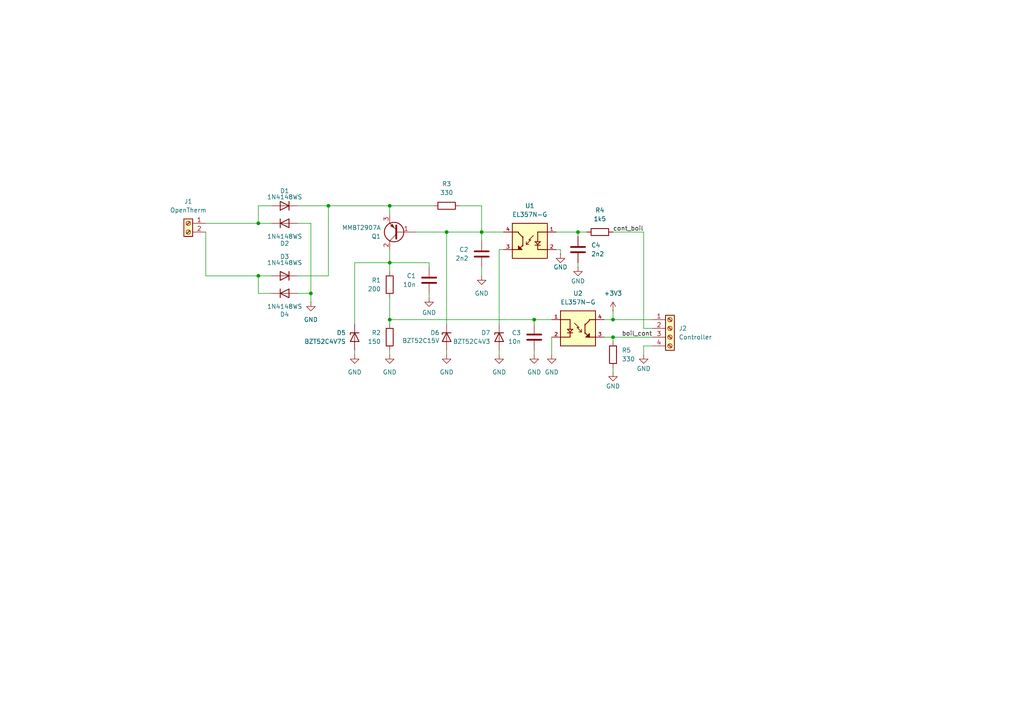
<source format=kicad_sch>
(kicad_sch (version 20231120) (generator "eeschema") (generator_version "8.0")
  (paper "A4")
  (lib_symbols
    (symbol "Connector:Screw_Terminal_01x02" (pin_names (offset 1.016) hide)
      (property "Reference" "J" (at 0 2.54 0))
      (property "Value" "Screw_Terminal_01x02" (at 0 -5.08 0))
      (symbol "Screw_Terminal_01x02_1_1"
        (rectangle (start -1.27 1.27) (end 1.27 -3.81) (stroke (width 0.254)) (fill (type background)))
        (circle (center 0 -2.54) (radius 0.635) (stroke (width 0.1524)))
        (polyline (pts (xy -0.5334 -2.2098) (xy 0.3302 -3.048)) (stroke (width 0.1524)))
        (polyline (pts (xy -0.5334 0.3302) (xy 0.3302 -0.508)) (stroke (width 0.1524)))
        (polyline (pts (xy -0.3556 -2.032) (xy 0.508 -2.8702)) (stroke (width 0.1524)))
        (polyline (pts (xy -0.3556 0.508) (xy 0.508 -0.3302)) (stroke (width 0.1524)))
        (circle (center 0 0) (radius 0.635) (stroke (width 0.1524)))
        (pin passive line (at -5.08 0 0) (length 3.81) (name "Pin_1") (number "1"))
        (pin passive line (at -5.08 -2.54 0) (length 3.81) (name "Pin_2") (number "2"))
      )
    )
    (symbol "Connector:Screw_Terminal_01x04" (pin_names (offset 1.016) hide)
      (property "Reference" "J" (at 0 5.08 0))
      (property "Value" "Screw_Terminal_01x04" (at 0 -7.62 0))
      (symbol "Screw_Terminal_01x04_1_1"
        (rectangle (start -1.27 3.81) (end 1.27 -6.35) (stroke (width 0.254)) (fill (type background)))
        (circle (center 0 -5.08) (radius 0.635) (stroke (width 0.1524)))
        (circle (center 0 -2.54) (radius 0.635) (stroke (width 0.1524)))
        (polyline (pts (xy -0.5334 -4.7498) (xy 0.3302 -5.588)) (stroke (width 0.1524)))
        (polyline (pts (xy -0.5334 -2.2098) (xy 0.3302 -3.048)) (stroke (width 0.1524)))
        (polyline (pts (xy -0.5334 0.3302) (xy 0.3302 -0.508)) (stroke (width 0.1524)))
        (polyline (pts (xy -0.5334 2.8702) (xy 0.3302 2.032)) (stroke (width 0.1524)))
        (polyline (pts (xy -0.3556 -4.572) (xy 0.508 -5.4102)) (stroke (width 0.1524)))
        (polyline (pts (xy -0.3556 -2.032) (xy 0.508 -2.8702)) (stroke (width 0.1524)))
        (polyline (pts (xy -0.3556 0.508) (xy 0.508 -0.3302)) (stroke (width 0.1524)))
        (polyline (pts (xy -0.3556 3.048) (xy 0.508 2.2098)) (stroke (width 0.1524)))
        (circle (center 0 0) (radius 0.635) (stroke (width 0.1524)))
        (circle (center 0 2.54) (radius 0.635) (stroke (width 0.1524)))
        (pin passive line (at -5.08 2.54 0) (length 3.81) (name "Pin_1") (number "1"))
        (pin passive line (at -5.08 0 0) (length 3.81) (name "Pin_2") (number "2"))
        (pin passive line (at -5.08 -2.54 0) (length 3.81) (name "Pin_3") (number "3"))
        (pin passive line (at -5.08 -5.08 0) (length 3.81) (name "Pin_4") (number "4"))
      )
    )
    (symbol "D_1" (pin_numbers hide) (pin_names (offset 1.016) hide)
      (property "Reference" "D" (at 0 2.54 0))
      (property "Value" "D" (at 0 -2.54 0))
      (symbol "D_1_0_1"
        (polyline (pts (xy -1.27 1.27) (xy -1.27 -1.27)) (stroke (width 0.254)))
        (polyline (pts (xy 1.27 0) (xy -1.27 0)))
        (polyline (pts (xy 1.27 1.27) (xy 1.27 -1.27) (xy -1.27 0) (xy 1.27 1.27)) (stroke (width 0.254)))
      )
      (symbol "D_1_1_1"
        (pin passive line (at -3.81 0 0) (length 2.54) (name "K") (number "1"))
        (pin passive line (at 3.81 0 180) (length 2.54) (name "A") (number "2"))
      )
    )
    (symbol "D_2" (pin_numbers hide) (pin_names (offset 1.016) hide)
      (property "Reference" "D" (at 0 2.54 0))
      (property "Value" "D" (at 0 -2.54 0))
      (symbol "D_2_0_1"
        (polyline (pts (xy -1.27 1.27) (xy -1.27 -1.27)) (stroke (width 0.254)))
        (polyline (pts (xy 1.27 0) (xy -1.27 0)))
        (polyline (pts (xy 1.27 1.27) (xy 1.27 -1.27) (xy -1.27 0) (xy 1.27 1.27)) (stroke (width 0.254)))
      )
      (symbol "D_2_1_1"
        (pin passive line (at -3.81 0 0) (length 2.54) (name "K") (number "1"))
        (pin passive line (at 3.81 0 180) (length 2.54) (name "A") (number "2"))
      )
    )
    (symbol "D_3" (pin_numbers hide) (pin_names (offset 1.016) hide)
      (property "Reference" "D" (at 0 2.54 0))
      (property "Value" "D" (at 0 -2.54 0))
      (symbol "D_3_0_1"
        (polyline (pts (xy -1.27 1.27) (xy -1.27 -1.27)) (stroke (width 0.254)))
        (polyline (pts (xy 1.27 0) (xy -1.27 0)))
        (polyline (pts (xy 1.27 1.27) (xy 1.27 -1.27) (xy -1.27 0) (xy 1.27 1.27)) (stroke (width 0.254)))
      )
      (symbol "D_3_1_1"
        (pin passive line (at -3.81 0 0) (length 2.54) (name "K") (number "1"))
        (pin passive line (at 3.81 0 180) (length 2.54) (name "A") (number "2"))
      )
    )
    (symbol "D_Zener_1" (pin_numbers hide) (pin_names (offset 1.016) hide)
      (property "Reference" "D" (at 0 2.54 0))
      (property "Value" "D_Zener" (at 0 -2.54 0))
      (symbol "D_Zener_1_0_1"
        (polyline (pts (xy 1.27 0) (xy -1.27 0)))
        (polyline (pts (xy -1.27 -1.27) (xy -1.27 1.27) (xy -0.762 1.27)) (stroke (width 0.254)))
        (polyline (pts (xy 1.27 -1.27) (xy 1.27 1.27) (xy -1.27 0) (xy 1.27 -1.27)) (stroke (width 0.254)))
      )
      (symbol "D_Zener_1_1_1"
        (pin passive line (at -3.81 0 0) (length 2.54) (name "K") (number "1"))
        (pin passive line (at 3.81 0 180) (length 2.54) (name "A") (number "2"))
      )
    )
    (symbol "D_Zener_2" (pin_numbers hide) (pin_names (offset 1.016) hide)
      (property "Reference" "D" (at 0 2.54 0))
      (property "Value" "D_Zener" (at 0 -2.54 0))
      (symbol "D_Zener_2_0_1"
        (polyline (pts (xy 1.27 0) (xy -1.27 0)))
        (polyline (pts (xy -1.27 -1.27) (xy -1.27 1.27) (xy -0.762 1.27)) (stroke (width 0.254)))
        (polyline (pts (xy 1.27 -1.27) (xy 1.27 1.27) (xy -1.27 0) (xy 1.27 -1.27)) (stroke (width 0.254)))
      )
      (symbol "D_Zener_2_1_1"
        (pin passive line (at -3.81 0 0) (length 2.54) (name "K") (number "1"))
        (pin passive line (at 3.81 0 180) (length 2.54) (name "A") (number "2"))
      )
    )
    (symbol "Device:C" (pin_numbers hide) (pin_names (offset 0.254))
      (property "Reference" "C" (at 0.635 2.54 0))
      (property "Value" "C" (at 0.635 -2.54 0))
      (symbol "C_0_1"
        (polyline (pts (xy -2.032 -0.762) (xy 2.032 -0.762)) (stroke (width 0.508)))
        (polyline (pts (xy -2.032 0.762) (xy 2.032 0.762)) (stroke (width 0.508)))
      )
      (symbol "C_1_1"
        (pin passive line (at 0 3.81 270) (length 2.794) (name "~") (number "1"))
        (pin passive line (at 0 -3.81 90) (length 2.794) (name "~") (number "2"))
      )
    )
    (symbol "Device:D_Zener" (pin_numbers hide) (pin_names (offset 1.016) hide)
      (property "Reference" "D" (at 0 2.54 0))
      (property "Value" "D_Zener" (at 0 -2.54 0))
      (symbol "D_Zener_0_1"
        (polyline (pts (xy 1.27 0) (xy -1.27 0)))
        (polyline (pts (xy -1.27 -1.27) (xy -1.27 1.27) (xy -0.762 1.27)) (stroke (width 0.254)))
        (polyline (pts (xy 1.27 -1.27) (xy 1.27 1.27) (xy -1.27 0) (xy 1.27 -1.27)) (stroke (width 0.254)))
      )
      (symbol "D_Zener_1_1"
        (pin passive line (at -3.81 0 0) (length 2.54) (name "K") (number "1"))
        (pin passive line (at 3.81 0 180) (length 2.54) (name "A") (number "2"))
      )
    )
    (symbol "Device:Q_PNP_BCE" (pin_names (offset 0) hide)
      (property "Reference" "Q" (at 5.08 1.27 0))
      (property "Value" "Q_PNP_BCE" (at 5.08 -1.27 0))
      (symbol "Q_PNP_BCE_0_1"
        (polyline (pts (xy 0.635 0.635) (xy 2.54 2.54)))
        (polyline (pts (xy 0.635 -0.635) (xy 2.54 -2.54) (xy 2.54 -2.54)))
        (polyline (pts (xy 0.635 1.905) (xy 0.635 -1.905) (xy 0.635 -1.905)) (stroke (width 0.508)))
        (polyline (pts (xy 2.286 -1.778) (xy 1.778 -2.286) (xy 1.27 -1.27) (xy 2.286 -1.778) (xy 2.286 -1.778)) (fill (type outline)))
        (circle (center 1.27 0) (radius 2.8194) (stroke (width 0.254)))
      )
      (symbol "Q_PNP_BCE_1_1"
        (pin input line (at -5.08 0 0) (length 5.715) (name "B") (number "1"))
        (pin passive line (at 2.54 5.08 270) (length 2.54) (name "C") (number "2"))
        (pin passive line (at 2.54 -5.08 90) (length 2.54) (name "E") (number "3"))
      )
    )
    (symbol "Device:R" (pin_numbers hide) (pin_names (offset 0))
      (property "Reference" "R" (at 2.032 0 90))
      (property "Value" "R" (at 0 0 90))
      (symbol "R_0_1"
        (rectangle (start -1.016 -2.54) (end 1.016 2.54) (stroke (width 0.254)))
      )
      (symbol "R_1_1"
        (pin passive line (at 0 3.81 270) (length 1.27) (name "~") (number "1"))
        (pin passive line (at 0 -3.81 90) (length 1.27) (name "~") (number "2"))
      )
    )
    (symbol "EL357N-G:EL357N-G" (pin_names (offset 1.016))
      (property "Reference" "U" (at -5.08 5.08 0))
      (property "Value" "EL357N-G" (at -5.08 -7.62 0))
      (symbol "EL357N-G_0_0"
        (rectangle (start -5.08 -5.08) (end 5.08 5.08) (stroke (width 0.254)) (fill (type background)))
        (polyline (pts (xy -5.08 2.54) (xy -2.286 2.54)) (stroke (width 0.254)))
        (polyline (pts (xy -3.048 -1.27) (xy -1.524 -1.27)) (stroke (width 0.254)))
        (polyline (pts (xy -3.048 -0.254) (xy -2.286 -1.016)) (stroke (width 0.254)))
        (polyline (pts (xy -2.286 -2.54) (xy -5.08 -2.54)) (stroke (width 0.254)))
        (polyline (pts (xy -2.286 -1.27) (xy -2.286 -2.54)) (stroke (width 0.254)))
        (polyline (pts (xy -2.286 -1.016) (xy -1.524 -0.254)) (stroke (width 0.254)))
        (polyline (pts (xy -2.286 -0.254) (xy -3.048 -0.254)) (stroke (width 0.254)))
        (polyline (pts (xy -2.286 -0.254) (xy -1.524 -0.254)) (stroke (width 0.254)))
        (polyline (pts (xy -2.286 2.54) (xy -2.286 -0.254)) (stroke (width 0.254)))
        (polyline (pts (xy -1.016 1.524) (xy 0.254 0.254)) (stroke (width 0.2032)))
        (polyline (pts (xy -0.254 0.254) (xy 1.016 -1.016)) (stroke (width 0.2032)))
        (polyline (pts (xy 0.254 0.254) (xy -0.254 0.254)) (stroke (width 0.2032)))
        (polyline (pts (xy 1.016 -1.016) (xy 0.254 -1.016)) (stroke (width 0.2032)))
        (polyline (pts (xy 1.016 -1.016) (xy 1.016 -0.254)) (stroke (width 0.2032)))
        (polyline (pts (xy 2.032 -1.27) (xy 2.032 -1.524)) (stroke (width 0.254)))
        (polyline (pts (xy 2.032 -1.27) (xy 3.302 -2.54)) (stroke (width 0.254)))
        (polyline (pts (xy 2.032 1.016) (xy 2.032 -1.27)) (stroke (width 0.254)))
        (polyline (pts (xy 2.032 1.016) (xy 2.032 1.27)) (stroke (width 0.254)))
        (polyline (pts (xy 2.286 -2.54) (xy 3.048 -2.54)) (stroke (width 0.254)))
        (polyline (pts (xy 2.54 -2.286) (xy 2.286 -2.54)) (stroke (width 0.254)))
        (polyline (pts (xy 2.54 -2.286) (xy 2.794 -2.286)) (stroke (width 0.254)))
        (polyline (pts (xy 2.794 -2.286) (xy 3.048 -2.54)) (stroke (width 0.254)))
        (polyline (pts (xy 3.048 -2.54) (xy 3.048 -2.032)) (stroke (width 0.254)))
        (polyline (pts (xy 3.048 -2.54) (xy 3.302 -2.54)) (stroke (width 0.254)))
        (polyline (pts (xy 3.048 -2.032) (xy 2.794 -2.286)) (stroke (width 0.254)))
        (polyline (pts (xy 3.048 -2.032) (xy 3.302 -1.778)) (stroke (width 0.254)))
        (polyline (pts (xy 3.302 -2.54) (xy 3.302 -2.286)) (stroke (width 0.254)))
        (polyline (pts (xy 3.302 -2.54) (xy 5.08 -2.54)) (stroke (width 0.254)))
        (polyline (pts (xy 3.302 -2.286) (xy 3.048 -2.032)) (stroke (width 0.254)))
        (polyline (pts (xy 3.302 -2.286) (xy 3.302 -1.778)) (stroke (width 0.254)))
        (polyline (pts (xy 3.302 -1.778) (xy 3.302 -1.524)) (stroke (width 0.254)))
        (polyline (pts (xy 3.302 -1.524) (xy 2.54 -2.286)) (stroke (width 0.254)))
        (polyline (pts (xy 3.302 2.286) (xy 2.032 1.016)) (stroke (width 0.254)))
        (polyline (pts (xy 3.302 2.54) (xy 3.302 2.286)) (stroke (width 0.254)))
        (polyline (pts (xy 5.08 2.54) (xy 3.302 2.54)) (stroke (width 0.254)))
        (pin passive line (at -7.62 2.54 0) (length 2.54) (name "~") (number "1"))
        (pin passive line (at -7.62 -2.54 0) (length 2.54) (name "~") (number "2"))
        (pin passive line (at 7.62 -2.54 180) (length 2.54) (name "~") (number "3"))
        (pin passive line (at 7.62 2.54 180) (length 2.54) (name "~") (number "4"))
      )
    )
    (symbol "Simulation_SPICE:D" (pin_numbers hide) (pin_names (offset 1.016) hide)
      (property "Reference" "D" (at 0 2.54 0))
      (property "Value" "D" (at 0 -2.54 0))
      (symbol "D_0_1"
        (polyline (pts (xy -1.27 1.27) (xy -1.27 -1.27)) (stroke (width 0.254)))
        (polyline (pts (xy 1.27 0) (xy -1.27 0)))
        (polyline (pts (xy 1.27 1.27) (xy 1.27 -1.27) (xy -1.27 0) (xy 1.27 1.27)) (stroke (width 0.254)))
      )
      (symbol "D_1_1"
        (pin passive line (at -3.81 0 0) (length 2.54) (name "K") (number "1"))
        (pin passive line (at 3.81 0 180) (length 2.54) (name "A") (number "2"))
      )
    )
    (symbol "power:+3V3" (power) (pin_numbers hide) (pin_names (offset 0) hide)
      (property "Value" "+3V3" (at 0 3.556 0))
      (symbol "+3V3_0_1"
        (polyline (pts (xy -0.762 1.27) (xy 0 2.54)))
        (polyline (pts (xy 0 0) (xy 0 2.54)))
        (polyline (pts (xy 0 2.54) (xy 0.762 1.27)))
      )
      (symbol "+3V3_1_1"
        (pin power_in line (at 0 0 90) (length 0) (name "~") (number "1"))
      )
    )
    (symbol "power:GND" (power) (pin_numbers hide) (pin_names (offset 0) hide)
      (property "Value" "GND" (at 0 -3.81 0))
      (symbol "GND_0_1"
        (polyline (pts (xy 0 0) (xy 0 -1.27) (xy 1.27 -1.27) (xy 0 -2.54) (xy -1.27 -1.27) (xy 0 -1.27)))
      )
      (symbol "GND_1_1"
        (pin power_in line (at 0 0 270) (length 0) (name "~") (number "1"))
      )
    )
  )
  (junction (at 113.03 59.69))
  (junction (at 129.54 67.31))
  (junction (at 154.94 92.71))
  (junction (at 177.8 92.71))
  (junction (at 95.25 59.69))
  (junction (at 113.03 76.2))
  (junction (at 177.8 97.79))
  (junction (at 113.03 92.71))
  (junction (at 90.17 85.09))
  (junction (at 139.7 67.31))
  (junction (at 74.93 64.77))
  (junction (at 74.93 80.01))
  (junction (at 167.64 67.31))
  (wire (pts (xy 139.7 77.47) (xy 139.7 80.01)))
  (wire (pts (xy 74.93 59.69) (xy 74.93 64.77)))
  (wire (pts (xy 186.69 67.31) (xy 186.69 95.25)))
  (wire (pts (xy 90.17 64.77) (xy 90.17 85.09)))
  (wire (pts (xy 102.87 101.6) (xy 102.87 102.87)))
  (wire (pts (xy 154.94 92.71) (xy 154.94 93.98)))
  (wire (pts (xy 74.93 64.77) (xy 78.74 64.77)))
  (wire (pts (xy 139.7 67.31) (xy 146.05 67.31)))
  (wire (pts (xy 186.69 100.33) (xy 186.69 102.87)))
  (wire (pts (xy 113.03 92.71) (xy 113.03 93.98)))
  (wire (pts (xy 90.17 85.09) (xy 90.17 87.63)))
  (wire (pts (xy 175.26 92.71) (xy 177.8 92.71)))
  (wire (pts (xy 177.8 67.31) (xy 186.69 67.31)))
  (wire (pts (xy 154.94 101.6) (xy 154.94 102.87)))
  (wire (pts (xy 189.23 100.33) (xy 186.69 100.33)))
  (wire (pts (xy 177.8 106.68) (xy 177.8 107.95)))
  (wire (pts (xy 139.7 67.31) (xy 139.7 69.85)))
  (wire (pts (xy 113.03 59.69) (xy 113.03 62.23)))
  (wire (pts (xy 154.94 92.71) (xy 160.02 92.71)))
  (wire (pts (xy 144.78 72.39) (xy 146.05 72.39)))
  (wire (pts (xy 86.36 59.69) (xy 95.25 59.69)))
  (wire (pts (xy 170.18 67.31) (xy 167.64 67.31)))
  (wire (pts (xy 90.17 64.77) (xy 86.36 64.77)))
  (wire (pts (xy 113.03 101.6) (xy 113.03 102.87)))
  (wire (pts (xy 161.29 67.31) (xy 167.64 67.31)))
  (wire (pts (xy 144.78 101.6) (xy 144.78 102.87)))
  (wire (pts (xy 113.03 76.2) (xy 113.03 78.74)))
  (wire (pts (xy 113.03 59.69) (xy 125.73 59.69)))
  (wire (pts (xy 129.54 67.31) (xy 139.7 67.31)))
  (wire (pts (xy 139.7 67.31) (xy 139.7 59.69)))
  (wire (pts (xy 189.23 92.71) (xy 177.8 92.71)))
  (wire (pts (xy 189.23 95.25) (xy 186.69 95.25)))
  (wire (pts (xy 175.26 97.79) (xy 177.8 97.79)))
  (wire (pts (xy 59.69 80.01) (xy 74.93 80.01)))
  (wire (pts (xy 124.46 77.47) (xy 124.46 76.2)))
  (wire (pts (xy 78.74 85.09) (xy 74.93 85.09)))
  (wire (pts (xy 59.69 67.31) (xy 59.69 80.01)))
  (wire (pts (xy 86.36 80.01) (xy 95.25 80.01)))
  (wire (pts (xy 162.56 72.39) (xy 162.56 73.66)))
  (wire (pts (xy 167.64 76.2) (xy 167.64 77.47)))
  (wire (pts (xy 74.93 80.01) (xy 78.74 80.01)))
  (wire (pts (xy 161.29 72.39) (xy 162.56 72.39)))
  (wire (pts (xy 113.03 86.36) (xy 113.03 92.71)))
  (wire (pts (xy 177.8 90.17) (xy 177.8 92.71)))
  (wire (pts (xy 124.46 85.09) (xy 124.46 86.36)))
  (wire (pts (xy 113.03 92.71) (xy 154.94 92.71)))
  (wire (pts (xy 177.8 97.79) (xy 177.8 99.06)))
  (wire (pts (xy 124.46 76.2) (xy 113.03 76.2)))
  (wire (pts (xy 120.65 67.31) (xy 129.54 67.31)))
  (wire (pts (xy 129.54 101.6) (xy 129.54 102.87)))
  (wire (pts (xy 95.25 59.69) (xy 113.03 59.69)))
  (wire (pts (xy 177.8 97.79) (xy 189.23 97.79)))
  (wire (pts (xy 113.03 76.2) (xy 102.87 76.2)))
  (wire (pts (xy 160.02 97.79) (xy 160.02 102.87)))
  (wire (pts (xy 74.93 59.69) (xy 78.74 59.69)))
  (wire (pts (xy 133.35 59.69) (xy 139.7 59.69)))
  (wire (pts (xy 86.36 85.09) (xy 90.17 85.09)))
  (wire (pts (xy 95.25 59.69) (xy 95.25 80.01)))
  (wire (pts (xy 144.78 72.39) (xy 144.78 93.98)))
  (wire (pts (xy 102.87 76.2) (xy 102.87 93.98)))
  (wire (pts (xy 129.54 67.31) (xy 129.54 93.98)))
  (wire (pts (xy 113.03 72.39) (xy 113.03 76.2)))
  (wire (pts (xy 74.93 80.01) (xy 74.93 85.09)))
  (wire (pts (xy 167.64 67.31) (xy 167.64 68.58)))
  (wire (pts (xy 59.69 64.77) (xy 74.93 64.77)))
  (label "cont_boil" (at 177.8 67.31 0))
  (label "boil_cont" (at 180.34 97.79 0))
  (symbol (lib_id "Device:R") (at 177.8 102.87 0) (unit 1)
    (property "Reference" "R5" (at 180.34 101.5999 0) (effects (justify left)))
    (property "Value" "330" (at 180.34 104.1399 0) (effects (justify left)))
    (property "Footprint" "Diode_SMD:D_0805_2012Metric" (effects (hide yes)))
    (property "Description" "Resistor" (effects (hide yes)))
  )
  (symbol (lib_id "power:+3V3") (at 177.8 90.17 0) (unit 1)
    (property "Reference" "#PWR012" (effects (hide yes)))
    (property "Value" "+3V3" (at 177.8 85.09 0))
    (property "Description" "Power symbol creates a global label with name \"+3V3\"" (effects (hide yes)))
  )
  (symbol (lib_id "power:GND") (at 129.54 102.87 0) (unit 1)
    (property "Reference" "#PWR05" (effects (hide yes)))
    (property "Value" "GND" (at 129.54 107.95 0))
    (property "Description" "Power symbol creates a global label with name \"GND\" , ground" (effects (hide yes)))
  )
  (symbol (lib_id "power:GND") (at 177.8 107.95 0) (unit 1)
    (property "Reference" "#PWR013" (effects (hide yes)))
    (property "Value" "GND" (at 177.8 112.014 0))
    (property "Description" "Power symbol creates a global label with name \"GND\" , ground" (effects (hide yes)))
  )
  (symbol (lib_name "D_Zener_1") (lib_id "Device:D_Zener") (at 144.78 97.79 90) (mirror x) (unit 1)
    (property "Reference" "D7" (at 142.24 96.5199 90) (effects (justify left)))
    (property "Value" "BZT52C4V3" (at 142.24 99.0599 90) (effects (justify left)))
    (property "Footprint" "Diode_SMD:D_SOD-123" (effects (hide yes)))
    (property "Description" "Zener diode" (effects (hide yes)))
    (property "Sim.Device" "D" (effects (hide yes)))
    (property "Sim.Pins" "1=K 2=A" (effects (hide yes)))
    (property "Sim.Params" "bv=4.3" (effects (hide yes)))
  )
  (symbol (lib_name "D_3") (lib_id "Simulation_SPICE:D") (at 82.55 80.01 180) (unit 1)
    (property "Reference" "D3" (at 82.55 74.422 0))
    (property "Value" "1N4148WS" (at 82.55 76.2 0))
    (property "Footprint" "Diode_SMD:D_SOD-323" (effects (hide yes)))
    (property "Datasheet" "https://ngspice.sourceforge.io/docs/ngspice-html-manual/manual.xhtml#cha_DIODEs" (effects (hide yes)))
    (property "Description" "Diode for simulation or PCB" (effects (hide yes)))
    (property "Sim.Device" "D" (effects (hide yes)))
    (property "Sim.Pins" "1=K 2=A" (effects (hide yes)))
    (property "Sim.Params" "m=0.33 is=1e-14 rs=0.5 n=1.06 tt=5n cjo=1e-12 vj=0.75 fc=0.5" (effects (hide yes)))
  )
  (symbol (lib_id "Device:C") (at 139.7 73.66 0) (mirror y) (unit 1)
    (property "Reference" "C2" (at 135.89 72.3899 0) (effects (justify left)))
    (property "Value" "2n2" (at 135.89 74.9299 0) (effects (justify left)))
    (property "Footprint" "Capacitor_SMD:C_0603_1608Metric" (effects (hide yes)))
    (property "Description" "Unpolarized capacitor" (effects (hide yes)))
  )
  (symbol (lib_id "EL357N-G:EL357N-G") (at 167.64 95.25 0) (unit 1)
    (property "Reference" "U2" (at 167.64 85.09 0))
    (property "Value" "EL357N-G" (at 167.64 87.63 0))
    (property "Footprint" "EL357N-G:OPTO_EL357N-G" (effects (hide yes)))
    (property "MF" "Everlight Electronics" (effects (hide yes)))
    (property "MAXIMUM_PACKAGE_HEIGHT" "2.00mm" (effects (hide yes)))
    (property "Package" "SOP-4 Everlight" (effects (hide yes)))
    (property "Price" "None" (effects (hide yes)))
    (property "Check_prices" "https://www.snapeda.com/parts/EL357N-G/Everlight+Electronics+Co+Ltd/view-part/?ref=eda" (effects (hide yes)))
    (property "STANDARD" "Manufacturer Recommendations" (effects (hide yes)))
    (property "PARTREV" "6" (effects (hide yes)))
    (property "SnapEDA_Link" "https://www.snapeda.com/parts/EL357N-G/Everlight+Electronics+Co+Ltd/view-part/?ref=snap" (effects (hide yes)))
    (property "MP" "EL357N-G" (effects (hide yes)))
    (property "Description_1" "\nOptoisolator Transistor Output 3750Vrms 1 Channel 4-SOP (2.54mm)\n" (effects (hide yes)))
    (property "Availability" "In Stock" (effects (hide yes)))
    (property "MANUFACTURER" "Everlight" (effects (hide yes)))
  )
  (symbol (lib_name "D_1") (lib_id "Simulation_SPICE:D") (at 82.55 59.69 180) (unit 1)
    (property "Reference" "D1" (at 82.55 55.372 0))
    (property "Value" "1N4148WS" (at 82.55 57.15 0))
    (property "Footprint" "Diode_SMD:D_SOD-323" (effects (hide yes)))
    (property "Datasheet" "https://ngspice.sourceforge.io/docs/ngspice-html-manual/manual.xhtml#cha_DIODEs" (effects (hide yes)))
    (property "Description" "Diode for simulation or PCB" (effects (hide yes)))
    (property "Sim.Device" "D" (effects (hide yes)))
    (property "Sim.Pins" "1=K 2=A" (effects (hide yes)))
    (property "Sim.Params" "m=0.33 is=1e-14 rs=0.5 n=1.06 tt=5n cjo=1e-12 vj=0.75 fc=0.5" (effects (hide yes)))
  )
  (symbol (lib_name "D_Zener_2") (lib_id "Device:D_Zener") (at 129.54 97.79 90) (mirror x) (unit 1)
    (property "Reference" "D6" (at 127.508 96.52 90) (effects (justify left)))
    (property "Value" "BZT52C15V" (at 127.508 98.806 90) (effects (justify left)))
    (property "Footprint" "Diode_SMD:D_SOD-123" (effects (hide yes)))
    (property "Description" "Zener diode" (effects (hide yes)))
    (property "Sim.Device" "D" (effects (hide yes)))
    (property "Sim.Pins" "1=K 2=A" (effects (hide yes)))
    (property "Sim.Params" "bv=15" (effects (hide yes)))
  )
  (symbol (lib_id "Connector:Screw_Terminal_01x02") (at 54.61 64.77 0) (mirror y) (unit 1)
    (property "Reference" "J1" (at 54.61 58.42 0))
    (property "Value" "OpenTherm" (at 54.61 60.96 0))
    (property "Footprint" "TerminalBlock:TerminalBlock_bornier-2_P5.08mm" (effects (hide yes)))
    (property "Description" "Generic screw terminal, single row, 01x02, script generated (kicad-library-utils/schlib/autogen/connector/)" (effects (hide yes)))
  )
  (symbol (lib_id "power:GND") (at 160.02 102.87 0) (unit 1)
    (property "Reference" "#PWR09" (effects (hide yes)))
    (property "Value" "GND" (at 160.02 107.95 0))
    (property "Description" "Power symbol creates a global label with name \"GND\" , ground" (effects (hide yes)))
  )
  (symbol (lib_id "Device:R") (at 173.99 67.31 270) (unit 1)
    (property "Reference" "R4" (at 173.99 60.96 90))
    (property "Value" "1k5" (at 173.99 63.5 90))
    (property "Footprint" "Resistor_SMD:R_0805_2012Metric" (effects (hide yes)))
    (property "Description" "Resistor" (effects (hide yes)))
  )
  (symbol (lib_id "power:GND") (at 162.56 73.66 0) (unit 1)
    (property "Reference" "#PWR010" (effects (hide yes)))
    (property "Value" "GND" (at 162.56 77.47 0))
    (property "Description" "Power symbol creates a global label with name \"GND\" , ground" (effects (hide yes)))
  )
  (symbol (lib_id "EL357N-G:EL357N-G") (at 153.67 69.85 0) (mirror y) (unit 1)
    (property "Reference" "U1" (at 153.67 59.69 0))
    (property "Value" "EL357N-G" (at 153.67 62.23 0))
    (property "Footprint" "EL357N-G:OPTO_EL357N-G" (effects (hide yes)))
    (property "MF" "Everlight Electronics" (effects (hide yes)))
    (property "MAXIMUM_PACKAGE_HEIGHT" "2.00mm" (effects (hide yes)))
    (property "Package" "SOP-4 Everlight" (effects (hide yes)))
    (property "Price" "None" (effects (hide yes)))
    (property "Check_prices" "https://www.snapeda.com/parts/EL357N-G/Everlight+Electronics+Co+Ltd/view-part/?ref=eda" (effects (hide yes)))
    (property "STANDARD" "Manufacturer Recommendations" (effects (hide yes)))
    (property "PARTREV" "6" (effects (hide yes)))
    (property "SnapEDA_Link" "https://www.snapeda.com/parts/EL357N-G/Everlight+Electronics+Co+Ltd/view-part/?ref=snap" (effects (hide yes)))
    (property "MP" "EL357N-G" (effects (hide yes)))
    (property "Description_1" "\nOptoisolator Transistor Output 3750Vrms 1 Channel 4-SOP (2.54mm)\n" (effects (hide yes)))
    (property "Availability" "In Stock" (effects (hide yes)))
    (property "MANUFACTURER" "Everlight" (effects (hide yes)))
  )
  (symbol (lib_id "power:GND") (at 139.7 80.01 0) (unit 1)
    (property "Reference" "#PWR06" (effects (hide yes)))
    (property "Value" "GND" (at 139.7 85.09 0))
    (property "Description" "Power symbol creates a global label with name \"GND\" , ground" (effects (hide yes)))
  )
  (symbol (lib_id "power:GND") (at 90.17 87.63 0) (unit 1)
    (property "Reference" "#PWR01" (effects (hide yes)))
    (property "Value" "GND" (at 90.17 92.71 0))
    (property "Description" "Power symbol creates a global label with name \"GND\" , ground" (effects (hide yes)))
  )
  (symbol (lib_id "Device:C") (at 124.46 81.28 0) (mirror x) (unit 1)
    (property "Reference" "C1" (at 120.65 80.0099 0) (effects (justify right)))
    (property "Value" "10n" (at 120.65 82.5499 0) (effects (justify right)))
    (property "Footprint" "Capacitor_SMD:C_0603_1608Metric" (effects (hide yes)))
    (property "Description" "Unpolarized capacitor" (effects (hide yes)))
  )
  (symbol (lib_id "power:GND") (at 154.94 102.87 0) (unit 1)
    (property "Reference" "#PWR08" (effects (hide yes)))
    (property "Value" "GND" (at 154.94 107.95 0))
    (property "Description" "Power symbol creates a global label with name \"GND\" , ground" (effects (hide yes)))
  )
  (symbol (lib_id "Device:C") (at 167.64 72.39 180) (unit 1)
    (property "Reference" "C4" (at 171.45 71.1199 0) (effects (justify right)))
    (property "Value" "2n2" (at 171.45 73.6599 0) (effects (justify right)))
    (property "Footprint" "Capacitor_SMD:C_0603_1608Metric" (effects (hide yes)))
    (property "Description" "Unpolarized capacitor" (effects (hide yes)))
  )
  (symbol (lib_id "power:GND") (at 186.69 102.87 0) (unit 1)
    (property "Reference" "#PWR014" (effects (hide yes)))
    (property "Value" "GND" (at 186.69 106.934 0))
    (property "Description" "Power symbol creates a global label with name \"GND\" , ground" (effects (hide yes)))
  )
  (symbol (lib_id "Device:R") (at 129.54 59.69 270) (unit 1)
    (property "Reference" "R3" (at 129.54 53.34 90))
    (property "Value" "330" (at 129.54 55.88 90))
    (property "Footprint" "Resistor_SMD:R_0805_2012Metric" (effects (hide yes)))
    (property "Description" "Resistor" (effects (hide yes)))
  )
  (symbol (lib_name "D_2") (lib_id "Simulation_SPICE:D") (at 82.55 64.77 0) (unit 1)
    (property "Reference" "D2" (at 82.55 70.612 0))
    (property "Value" "1N4148WS" (at 82.55 68.58 0))
    (property "Footprint" "Diode_SMD:D_SOD-323" (effects (hide yes)))
    (property "Datasheet" "https://ngspice.sourceforge.io/docs/ngspice-html-manual/manual.xhtml#cha_DIODEs" (effects (hide yes)))
    (property "Description" "Diode for simulation or PCB" (effects (hide yes)))
    (property "Sim.Device" "D" (effects (hide yes)))
    (property "Sim.Pins" "1=K 2=A" (effects (hide yes)))
    (property "Sim.Params" "m=0.33 is=1e-14 rs=0.5 n=1.06 tt=5n cjo=1e-12 vj=0.75 fc=0.5" (effects (hide yes)))
  )
  (symbol (lib_id "power:GND") (at 144.78 102.87 0) (unit 1)
    (property "Reference" "#PWR07" (effects (hide yes)))
    (property "Value" "GND" (at 144.78 107.95 0))
    (property "Description" "Power symbol creates a global label with name \"GND\" , ground" (effects (hide yes)))
  )
  (symbol (lib_id "Connector:Screw_Terminal_01x04") (at 194.31 95.25 0) (unit 1)
    (property "Reference" "J2" (at 196.85 95.2499 0) (effects (justify left)))
    (property "Value" "Controller" (at 196.85 97.7899 0) (effects (justify left)))
    (property "Footprint" "TerminalBlock:TerminalBlock_bornier-4_P5.08mm" (effects (hide yes)))
    (property "Description" "Generic screw terminal, single row, 01x04, script generated (kicad-library-utils/schlib/autogen/connector/)" (effects (hide yes)))
  )
  (symbol (lib_id "power:GND") (at 113.03 102.87 0) (unit 1)
    (property "Reference" "#PWR04" (effects (hide yes)))
    (property "Value" "GND" (at 113.03 107.95 0))
    (property "Description" "Power symbol creates a global label with name \"GND\" , ground" (effects (hide yes)))
  )
  (symbol (lib_id "Simulation_SPICE:D") (at 82.55 85.09 0) (unit 1)
    (property "Reference" "D4" (at 82.55 91.186 0))
    (property "Value" "1N4148WS" (at 82.55 88.9 0))
    (property "Footprint" "Diode_SMD:D_SOD-323" (effects (hide yes)))
    (property "Datasheet" "https://ngspice.sourceforge.io/docs/ngspice-html-manual/manual.xhtml#cha_DIODEs" (effects (hide yes)))
    (property "Description" "Diode for simulation or PCB" (effects (hide yes)))
    (property "Sim.Device" "D" (effects (hide yes)))
    (property "Sim.Pins" "1=K 2=A" (effects (hide yes)))
    (property "Sim.Params" "m=0.33 is=1e-14 rs=0.5 n=1.06 tt=5n cjo=1e-12 vj=0.75 fc=0.5" (effects (hide yes)))
  )
  (symbol (lib_id "Device:R") (at 113.03 82.55 0) (mirror y) (unit 1)
    (property "Reference" "R1" (at 110.49 81.2799 0) (effects (justify left)))
    (property "Value" "200" (at 110.49 83.8199 0) (effects (justify left)))
    (property "Footprint" "Resistor_SMD:R_0805_2012Metric" (effects (hide yes)))
    (property "Description" "Resistor" (effects (hide yes)))
  )
  (symbol (lib_id "Device:C") (at 154.94 97.79 0) (mirror x) (unit 1)
    (property "Reference" "C3" (at 151.13 96.5199 0) (effects (justify right)))
    (property "Value" "10n" (at 151.13 99.0599 0) (effects (justify right)))
    (property "Footprint" "Capacitor_SMD:C_0603_1608Metric" (effects (hide yes)))
    (property "Description" "Unpolarized capacitor" (effects (hide yes)))
  )
  (symbol (lib_id "Device:Q_PNP_BCE") (at 115.57 67.31 180) (unit 1)
    (property "Reference" "Q1" (at 110.49 68.5801 0) (effects (justify left)))
    (property "Value" "MMBT2907A" (at 110.49 66.0401 0) (effects (justify left)))
    (property "Footprint" "Package_TO_SOT_SMD:SOT-23" (effects (hide yes)))
    (property "Description" "PNP transistor, base/collector/emitter" (effects (hide yes)))
    (property "Sim.Device" "PNP" (effects (hide yes)))
    (property "Sim.Type" "GUMMELPOON" (effects (hide yes)))
    (property "Sim.Pins" "1=B 2=C 3=E" (effects (hide yes)))
    (property "Sim.Params" "is=1.7E-14 bf=240 nf=1 vaf=100 ikf=0.2 ise=1E-13 ne=2 br=7 nr=1 var=10 ikr=0.03 isc=1E-13 nc=2 rb=10 re=0.5 rc=1 cje=13.5p vje=0.6 mje=0.33 tf=0.35n cjc=6.5p vjc=0.5 mjc=0.4 tr=30n xtb=1.5 eg=1.11 kf=0 af=1" (effects (hide yes)))
  )
  (symbol (lib_id "power:GND") (at 167.64 77.47 0) (unit 1)
    (property "Reference" "#PWR011" (effects (hide yes)))
    (property "Value" "GND" (at 167.64 81.534 0))
    (property "Description" "Power symbol creates a global label with name \"GND\" , ground" (effects (hide yes)))
  )
  (symbol (lib_id "power:GND") (at 102.87 102.87 0) (unit 1)
    (property "Reference" "#PWR03" (effects (hide yes)))
    (property "Value" "GND" (at 102.87 107.95 0))
    (property "Description" "Power symbol creates a global label with name \"GND\" , ground" (effects (hide yes)))
  )
  (symbol (lib_id "power:GND") (at 124.46 86.36 0) (unit 1)
    (property "Reference" "#PWR02" (effects (hide yes)))
    (property "Value" "GND" (at 124.46 90.678 0))
    (property "Description" "Power symbol creates a global label with name \"GND\" , ground" (effects (hide yes)))
  )
  (symbol (lib_id "Device:D_Zener") (at 102.87 97.79 90) (mirror x) (unit 1)
    (property "Reference" "D5" (at 100.33 96.5199 90) (effects (justify left)))
    (property "Value" "BZT52C4V7S" (at 100.33 99.0599 90) (effects (justify left)))
    (property "Footprint" "Diode_SMD:D_SOD-323" (effects (hide yes)))
    (property "Description" "Zener diode" (effects (hide yes)))
    (property "Sim.Device" "D" (effects (hide yes)))
    (property "Sim.Pins" "1=K 2=A" (effects (hide yes)))
    (property "Sim.Params" "m=0.33 is=5.0e-10 rs=0.5 n=1.05 tt=1n cjo=50p vj=0.75 fc=0.5 bv=4.7 ibv=5m" (effects (hide yes)))
  )
  (symbol (lib_id "Device:R") (at 113.03 97.79 0) (mirror y) (unit 1)
    (property "Reference" "R2" (at 110.49 96.5199 0) (effects (justify left)))
    (property "Value" "150" (at 110.49 99.0599 0) (effects (justify left)))
    (property "Footprint" "Resistor_SMD:R_0805_2012Metric" (effects (hide yes)))
    (property "Description" "Resistor" (effects (hide yes)))
  )
)
</source>
